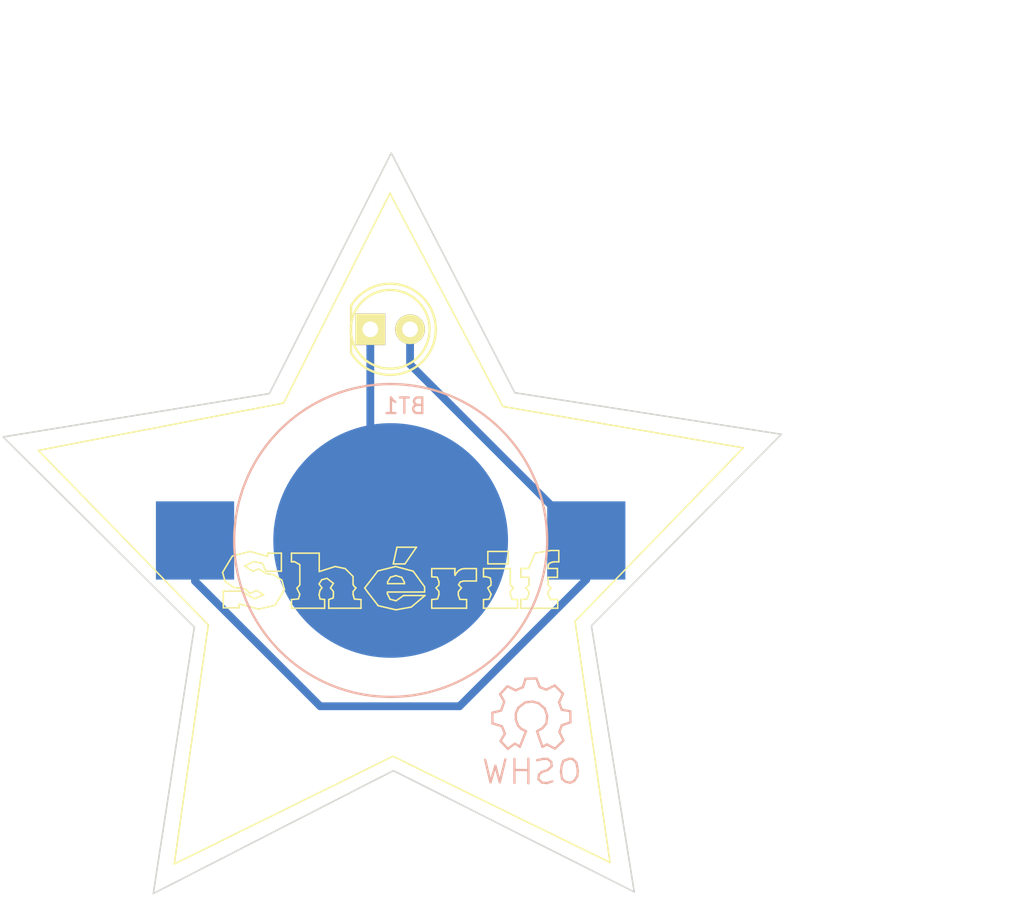
<source format=kicad_pcb>
(kicad_pcb (version 4) (host pcbnew "(2015-09-12 BZR 6188)-product")

  (general
    (links 3)
    (no_connects 0)
    (area 37.999999 33.000824 107.350552 91.200001)
    (thickness 1.6)
    (drawings 234)
    (tracks 11)
    (zones 0)
    (modules 3)
    (nets 3)
  )

  (page A4)
  (layers
    (0 F.Cu signal)
    (31 B.Cu signal)
    (32 B.Adhes user)
    (33 F.Adhes user)
    (34 B.Paste user)
    (35 F.Paste user)
    (36 B.SilkS user)
    (37 F.SilkS user)
    (38 B.Mask user)
    (39 F.Mask user)
    (40 Dwgs.User user)
    (41 Cmts.User user)
    (42 Eco1.User user)
    (43 Eco2.User user)
    (44 Edge.Cuts user)
    (45 Margin user)
    (46 B.CrtYd user)
    (47 F.CrtYd user)
    (48 B.Fab user)
    (49 F.Fab user)
  )

  (setup
    (last_trace_width 0.25)
    (user_trace_width 0.5)
    (trace_clearance 0.2)
    (zone_clearance 0.508)
    (zone_45_only no)
    (trace_min 0.2)
    (segment_width 0.2)
    (edge_width 0.15)
    (via_size 0.6)
    (via_drill 0.4)
    (via_min_size 0.4)
    (via_min_drill 0.3)
    (uvia_size 0.3)
    (uvia_drill 0.1)
    (uvias_allowed no)
    (uvia_min_size 0.2)
    (uvia_min_drill 0.1)
    (pcb_text_width 0.3)
    (pcb_text_size 1.5 1.5)
    (mod_edge_width 0.15)
    (mod_text_size 1 1)
    (mod_text_width 0.15)
    (pad_size 1.524 1.524)
    (pad_drill 0.762)
    (pad_to_mask_clearance 0.2)
    (aux_axis_origin 0 0)
    (visible_elements FFFFFF7F)
    (pcbplotparams
      (layerselection 0x00030_80000001)
      (usegerberextensions false)
      (excludeedgelayer true)
      (linewidth 0.100000)
      (plotframeref false)
      (viasonmask false)
      (mode 1)
      (useauxorigin false)
      (hpglpennumber 1)
      (hpglpenspeed 20)
      (hpglpendiameter 15)
      (hpglpenoverlay 2)
      (psnegative false)
      (psa4output false)
      (plotreference true)
      (plotvalue true)
      (plotinvisibletext false)
      (padsonsilk false)
      (subtractmaskfromsilk false)
      (outputformat 1)
      (mirror false)
      (drillshape 1)
      (scaleselection 1)
      (outputdirectory ""))
  )

  (net 0 "")
  (net 1 "Net-(BT1-Pad1)")
  (net 2 "Net-(BT1-Pad2)")

  (net_class Default "This is the default net class."
    (clearance 0.2)
    (trace_width 0.25)
    (via_dia 0.6)
    (via_drill 0.4)
    (uvia_dia 0.3)
    (uvia_drill 0.1)
    (add_net "Net-(BT1-Pad1)")
    (add_net "Net-(BT1-Pad2)")
  )

  (module CR2032:CR2032 placed (layer B.Cu) (tedit 5609A512) (tstamp 56096D9C)
    (at 62.9 67.2)
    (path /56096A05)
    (fp_text reference BT1 (at 0.9 -8.6) (layer B.SilkS)
      (effects (font (size 1 1) (thickness 0.15)) (justify mirror))
    )
    (fp_text value Battery (at 0 12.5) (layer B.Fab) hide
      (effects (font (size 1 1) (thickness 0.15)) (justify mirror))
    )
    (fp_circle (center 0 0) (end 10 0) (layer B.SilkS) (width 0.15))
    (pad 1 smd rect (at -12.5 0) (size 5 5) (layers B.Cu B.Paste B.Mask)
      (net 1 "Net-(BT1-Pad1)"))
    (pad 1 smd rect (at 12.5 0) (size 5 5) (layers B.Cu B.Paste B.Mask)
      (net 1 "Net-(BT1-Pad1)"))
    (pad 2 smd circle (at 0 0) (size 15 15) (layers B.Cu B.Paste B.Mask)
      (net 2 "Net-(BT1-Pad2)"))
  )

  (module LEDs:LED-5MM placed (layer F.Cu) (tedit 5609A505) (tstamp 56096DA2)
    (at 61.6 53.7)
    (descr "LED 5mm round vertical")
    (tags "LED 5mm round vertical")
    (path /56096945)
    (fp_text reference D1 (at 1.524 4.064) (layer F.SilkS) hide
      (effects (font (size 1 1) (thickness 0.15)))
    )
    (fp_text value LED (at 1.524 -3.937) (layer F.Fab) hide
      (effects (font (size 1 1) (thickness 0.15)))
    )
    (fp_line (start -1.5 -1.55) (end -1.5 1.55) (layer F.CrtYd) (width 0.05))
    (fp_arc (start 1.3 0) (end -1.5 1.55) (angle -302) (layer F.CrtYd) (width 0.05))
    (fp_arc (start 1.27 0) (end -1.23 -1.5) (angle 297.5) (layer F.SilkS) (width 0.15))
    (fp_line (start -1.23 1.5) (end -1.23 -1.5) (layer F.SilkS) (width 0.15))
    (fp_circle (center 1.27 0) (end 0.97 -2.5) (layer F.SilkS) (width 0.15))
    (fp_text user K (at -1.905 1.905) (layer F.SilkS) hide
      (effects (font (size 1 1) (thickness 0.15)))
    )
    (pad 1 thru_hole rect (at 0 0 90) (size 2 1.9) (drill 1.00076) (layers *.Cu *.Mask F.SilkS)
      (net 2 "Net-(BT1-Pad2)"))
    (pad 2 thru_hole circle (at 2.54 0) (size 1.9 1.9) (drill 1.00076) (layers *.Cu *.Mask F.SilkS)
      (net 1 "Net-(BT1-Pad1)"))
    (model LEDs.3dshapes/LED-5MM.wrl
      (at (xyz 0.05 0 0))
      (scale (xyz 1 1 1))
      (rotate (xyz 0 0 90))
    )
  )

  (module Symbols:Symbol_OSHW-Logo_SilkScreen (layer B.Cu) (tedit 5609A4FC) (tstamp 5609A4DB)
    (at 71.9 78.5 180)
    (descr "Symbol, OSHW-Logo, Silk Screen,")
    (tags "Symbol, OSHW-Logo, Silk Screen,")
    (fp_text reference REF** (at 0.09906 4.38912 180) (layer B.SilkS) hide
      (effects (font (size 1 1) (thickness 0.15)) (justify mirror))
    )
    (fp_text value Symbol_OSHW-Logo_SilkScreen (at 0.30988 -6.56082 180) (layer B.Fab) hide
      (effects (font (size 1 1) (thickness 0.15)) (justify mirror))
    )
    (fp_line (start 1.66878 -2.68986) (end 2.02946 -4.16052) (layer B.SilkS) (width 0.15))
    (fp_line (start 2.02946 -4.16052) (end 2.30886 -3.0988) (layer B.SilkS) (width 0.15))
    (fp_line (start 2.30886 -3.0988) (end 2.61874 -4.17068) (layer B.SilkS) (width 0.15))
    (fp_line (start 2.61874 -4.17068) (end 2.9591 -2.72034) (layer B.SilkS) (width 0.15))
    (fp_line (start 0.24892 -3.38074) (end 1.03886 -3.37058) (layer B.SilkS) (width 0.15))
    (fp_line (start 1.03886 -3.37058) (end 1.04902 -3.38074) (layer B.SilkS) (width 0.15))
    (fp_line (start 1.04902 -3.38074) (end 1.04902 -3.37058) (layer B.SilkS) (width 0.15))
    (fp_line (start 1.08966 -2.65938) (end 1.08966 -4.20116) (layer B.SilkS) (width 0.15))
    (fp_line (start 0.20066 -2.64922) (end 0.20066 -4.21894) (layer B.SilkS) (width 0.15))
    (fp_line (start 0.20066 -4.21894) (end 0.21082 -4.20878) (layer B.SilkS) (width 0.15))
    (fp_line (start -0.35052 -2.75082) (end -0.70104 -2.66954) (layer B.SilkS) (width 0.15))
    (fp_line (start -0.70104 -2.66954) (end -1.02108 -2.65938) (layer B.SilkS) (width 0.15))
    (fp_line (start -1.02108 -2.65938) (end -1.25984 -2.86004) (layer B.SilkS) (width 0.15))
    (fp_line (start -1.25984 -2.86004) (end -1.29032 -3.12928) (layer B.SilkS) (width 0.15))
    (fp_line (start -1.29032 -3.12928) (end -1.04902 -3.37058) (layer B.SilkS) (width 0.15))
    (fp_line (start -1.04902 -3.37058) (end -0.6604 -3.50012) (layer B.SilkS) (width 0.15))
    (fp_line (start -0.6604 -3.50012) (end -0.48006 -3.66014) (layer B.SilkS) (width 0.15))
    (fp_line (start -0.48006 -3.66014) (end -0.43942 -3.95986) (layer B.SilkS) (width 0.15))
    (fp_line (start -0.43942 -3.95986) (end -0.67056 -4.18084) (layer B.SilkS) (width 0.15))
    (fp_line (start -0.67056 -4.18084) (end -0.9906 -4.20878) (layer B.SilkS) (width 0.15))
    (fp_line (start -0.9906 -4.20878) (end -1.34112 -4.09956) (layer B.SilkS) (width 0.15))
    (fp_line (start -2.37998 -2.64922) (end -2.6289 -2.66954) (layer B.SilkS) (width 0.15))
    (fp_line (start -2.6289 -2.66954) (end -2.8702 -2.91084) (layer B.SilkS) (width 0.15))
    (fp_line (start -2.8702 -2.91084) (end -2.9591 -3.40106) (layer B.SilkS) (width 0.15))
    (fp_line (start -2.9591 -3.40106) (end -2.93116 -3.74904) (layer B.SilkS) (width 0.15))
    (fp_line (start -2.93116 -3.74904) (end -2.7305 -4.06908) (layer B.SilkS) (width 0.15))
    (fp_line (start -2.7305 -4.06908) (end -2.47904 -4.191) (layer B.SilkS) (width 0.15))
    (fp_line (start -2.47904 -4.191) (end -2.16916 -4.11988) (layer B.SilkS) (width 0.15))
    (fp_line (start -2.16916 -4.11988) (end -1.95072 -3.93954) (layer B.SilkS) (width 0.15))
    (fp_line (start -1.95072 -3.93954) (end -1.8796 -3.4798) (layer B.SilkS) (width 0.15))
    (fp_line (start -1.8796 -3.4798) (end -1.9304 -3.07086) (layer B.SilkS) (width 0.15))
    (fp_line (start -1.9304 -3.07086) (end -2.03962 -2.78892) (layer B.SilkS) (width 0.15))
    (fp_line (start -2.03962 -2.78892) (end -2.4003 -2.65938) (layer B.SilkS) (width 0.15))
    (fp_line (start -1.78054 -0.92964) (end -2.03962 -1.49098) (layer B.SilkS) (width 0.15))
    (fp_line (start -2.03962 -1.49098) (end -1.50114 -2.00914) (layer B.SilkS) (width 0.15))
    (fp_line (start -1.50114 -2.00914) (end -0.98044 -1.7399) (layer B.SilkS) (width 0.15))
    (fp_line (start -0.98044 -1.7399) (end -0.70104 -1.89992) (layer B.SilkS) (width 0.15))
    (fp_line (start 0.73914 -1.8796) (end 1.06934 -1.6891) (layer B.SilkS) (width 0.15))
    (fp_line (start 1.06934 -1.6891) (end 1.50876 -2.0193) (layer B.SilkS) (width 0.15))
    (fp_line (start 1.50876 -2.0193) (end 1.9812 -1.52908) (layer B.SilkS) (width 0.15))
    (fp_line (start 1.9812 -1.52908) (end 1.69926 -1.04902) (layer B.SilkS) (width 0.15))
    (fp_line (start 1.69926 -1.04902) (end 1.88976 -0.57912) (layer B.SilkS) (width 0.15))
    (fp_line (start 1.88976 -0.57912) (end 2.49936 -0.39116) (layer B.SilkS) (width 0.15))
    (fp_line (start 2.49936 -0.39116) (end 2.49936 0.28956) (layer B.SilkS) (width 0.15))
    (fp_line (start 2.49936 0.28956) (end 1.94056 0.42926) (layer B.SilkS) (width 0.15))
    (fp_line (start 1.94056 0.42926) (end 1.7399 1.00076) (layer B.SilkS) (width 0.15))
    (fp_line (start 1.7399 1.00076) (end 2.00914 1.47066) (layer B.SilkS) (width 0.15))
    (fp_line (start 2.00914 1.47066) (end 1.53924 1.9812) (layer B.SilkS) (width 0.15))
    (fp_line (start 1.53924 1.9812) (end 1.02108 1.71958) (layer B.SilkS) (width 0.15))
    (fp_line (start 1.02108 1.71958) (end 0.55118 1.92024) (layer B.SilkS) (width 0.15))
    (fp_line (start 0.55118 1.92024) (end 0.381 2.46126) (layer B.SilkS) (width 0.15))
    (fp_line (start 0.381 2.46126) (end -0.30988 2.47904) (layer B.SilkS) (width 0.15))
    (fp_line (start -0.30988 2.47904) (end -0.5207 1.9304) (layer B.SilkS) (width 0.15))
    (fp_line (start -0.5207 1.9304) (end -0.9398 1.76022) (layer B.SilkS) (width 0.15))
    (fp_line (start -0.9398 1.76022) (end -1.49098 2.02946) (layer B.SilkS) (width 0.15))
    (fp_line (start -1.49098 2.02946) (end -2.00914 1.50114) (layer B.SilkS) (width 0.15))
    (fp_line (start -2.00914 1.50114) (end -1.76022 0.96012) (layer B.SilkS) (width 0.15))
    (fp_line (start -1.76022 0.96012) (end -1.9304 0.48006) (layer B.SilkS) (width 0.15))
    (fp_line (start -1.9304 0.48006) (end -2.47904 0.381) (layer B.SilkS) (width 0.15))
    (fp_line (start -2.47904 0.381) (end -2.4892 -0.32004) (layer B.SilkS) (width 0.15))
    (fp_line (start -2.4892 -0.32004) (end -1.9304 -0.5207) (layer B.SilkS) (width 0.15))
    (fp_line (start -1.9304 -0.5207) (end -1.7907 -0.91948) (layer B.SilkS) (width 0.15))
    (fp_line (start 0.35052 -0.89916) (end 0.65024 -0.7493) (layer B.SilkS) (width 0.15))
    (fp_line (start 0.65024 -0.7493) (end 0.8509 -0.55118) (layer B.SilkS) (width 0.15))
    (fp_line (start 0.8509 -0.55118) (end 1.00076 -0.14986) (layer B.SilkS) (width 0.15))
    (fp_line (start 1.00076 -0.14986) (end 1.00076 0.24892) (layer B.SilkS) (width 0.15))
    (fp_line (start 1.00076 0.24892) (end 0.8509 0.59944) (layer B.SilkS) (width 0.15))
    (fp_line (start 0.8509 0.59944) (end 0.39878 0.94996) (layer B.SilkS) (width 0.15))
    (fp_line (start 0.39878 0.94996) (end -0.0508 1.00076) (layer B.SilkS) (width 0.15))
    (fp_line (start -0.0508 1.00076) (end -0.44958 0.89916) (layer B.SilkS) (width 0.15))
    (fp_line (start -0.44958 0.89916) (end -0.8509 0.55118) (layer B.SilkS) (width 0.15))
    (fp_line (start -0.8509 0.55118) (end -1.00076 0.09906) (layer B.SilkS) (width 0.15))
    (fp_line (start -1.00076 0.09906) (end -0.94996 -0.39878) (layer B.SilkS) (width 0.15))
    (fp_line (start -0.94996 -0.39878) (end -0.70104 -0.70104) (layer B.SilkS) (width 0.15))
    (fp_line (start -0.70104 -0.70104) (end -0.35052 -0.89916) (layer B.SilkS) (width 0.15))
    (fp_line (start -0.35052 -0.89916) (end -0.70104 -1.89992) (layer B.SilkS) (width 0.15))
    (fp_line (start 0.35052 -0.89916) (end 0.7493 -1.89992) (layer B.SilkS) (width 0.15))
  )

  (gr_line (start 73.644183 68.56564) (end 73.644183 68.56564) (layer F.SilkS) (width 0.1))
  (gr_line (start 73.346157 68.56564) (end 73.644183 68.56564) (layer F.SilkS) (width 0.1))
  (gr_line (start 73.217463 68.58596) (end 73.346157 68.56564) (layer F.SilkS) (width 0.1))
  (gr_line (start 73.08877 68.633374) (end 73.217463 68.58596) (layer F.SilkS) (width 0.1))
  (gr_line (start 72.993943 68.714654) (end 73.08877 68.633374) (layer F.SilkS) (width 0.1))
  (gr_line (start 72.960077 68.80948) (end 72.993943 68.714654) (layer F.SilkS) (width 0.1))
  (gr_line (start 72.960077 68.99236) (end 72.960077 68.80948) (layer F.SilkS) (width 0.1))
  (gr_line (start 73.55613 68.99236) (end 72.960077 68.99236) (layer F.SilkS) (width 0.1))
  (gr_line (start 73.55613 69.554547) (end 73.55613 68.99236) (layer F.SilkS) (width 0.1))
  (gr_line (start 72.960077 69.554547) (end 73.55613 69.554547) (layer F.SilkS) (width 0.1))
  (gr_line (start 72.960077 70.021907) (end 72.960077 69.554547) (layer F.SilkS) (width 0.1))
  (gr_line (start 72.980397 70.076094) (end 72.960077 70.021907) (layer F.SilkS) (width 0.1))
  (gr_line (start 73.02781 70.137054) (end 72.980397 70.076094) (layer F.SilkS) (width 0.1))
  (gr_line (start 73.095543 70.19124) (end 73.02781 70.137054) (layer F.SilkS) (width 0.1))
  (gr_line (start 73.14973 70.23188) (end 73.095543 70.19124) (layer F.SilkS) (width 0.1))
  (gr_line (start 72.973623 70.468947) (end 73.14973 70.23188) (layer F.SilkS) (width 0.1))
  (gr_line (start 72.960077 70.6586) (end 72.973623 70.468947) (layer F.SilkS) (width 0.1))
  (gr_line (start 73.122637 70.976947) (end 72.960077 70.6586) (layer F.SilkS) (width 0.1))
  (gr_line (start 73.57645 70.976947) (end 73.122637 70.976947) (layer F.SilkS) (width 0.1))
  (gr_line (start 73.57645 71.53236) (end 73.57645 70.976947) (layer F.SilkS) (width 0.1))
  (gr_line (start 71.21933 71.53236) (end 73.57645 71.53236) (layer F.SilkS) (width 0.1))
  (gr_line (start 71.21933 70.976947) (end 71.21933 71.53236) (layer F.SilkS) (width 0.1))
  (gr_line (start 71.598637 70.949854) (end 71.21933 70.976947) (layer F.SilkS) (width 0.1))
  (gr_line (start 71.734103 70.631507) (end 71.598637 70.949854) (layer F.SilkS) (width 0.1))
  (gr_line (start 71.720557 70.448627) (end 71.734103 70.631507) (layer F.SilkS) (width 0.1))
  (gr_line (start 71.537677 70.23188) (end 71.720557 70.448627) (layer F.SilkS) (width 0.1))
  (gr_line (start 71.734103 70.055774) (end 71.537677 70.23188) (layer F.SilkS) (width 0.1))
  (gr_line (start 71.734103 69.554547) (end 71.734103 70.055774) (layer F.SilkS) (width 0.1))
  (gr_line (start 71.21933 69.554547) (end 71.734103 69.554547) (layer F.SilkS) (width 0.1))
  (gr_line (start 71.21933 68.99236) (end 71.21933 69.554547) (layer F.SilkS) (width 0.1))
  (gr_line (start 71.713783 68.99236) (end 71.21933 68.99236) (layer F.SilkS) (width 0.1))
  (gr_line (start 72.126957 68.010227) (end 71.713783 68.99236) (layer F.SilkS) (width 0.1))
  (gr_line (start 73.136183 67.840894) (end 72.126957 68.010227) (layer F.SilkS) (width 0.1))
  (gr_line (start 73.644183 67.840894) (end 73.136183 67.840894) (layer F.SilkS) (width 0.1))
  (gr_line (start 73.644183 68.56564) (end 73.644183 67.840894) (layer F.SilkS) (width 0.1))
  (gr_line (start 71.013593 71.53236) (end 71.013593 71.53236) (layer F.SilkS) (width 0.1))
  (gr_line (start 68.832579 71.53236) (end 71.013593 71.53236) (layer F.SilkS) (width 0.1))
  (gr_line (start 68.832579 70.976947) (end 68.832579 71.53236) (layer F.SilkS) (width 0.1))
  (gr_line (start 69.198339 70.949854) (end 68.832579 70.976947) (layer F.SilkS) (width 0.1))
  (gr_line (start 69.320259 70.63828) (end 69.198339 70.949854) (layer F.SilkS) (width 0.1))
  (gr_line (start 69.103513 70.23188) (end 69.320259 70.63828) (layer F.SilkS) (width 0.1))
  (gr_line (start 69.306713 70.062547) (end 69.103513 70.23188) (layer F.SilkS) (width 0.1))
  (gr_line (start 69.320259 69.86612) (end 69.306713 70.062547) (layer F.SilkS) (width 0.1))
  (gr_line (start 69.259299 69.595187) (end 69.320259 69.86612) (layer F.SilkS) (width 0.1))
  (gr_line (start 69.008686 69.52068) (end 69.259299 69.595187) (layer F.SilkS) (width 0.1))
  (gr_line (start 68.927406 69.52068) (end 69.008686 69.52068) (layer F.SilkS) (width 0.1))
  (gr_line (start 68.832579 69.527454) (end 68.927406 69.52068) (layer F.SilkS) (width 0.1))
  (gr_line (start 68.832579 68.999134) (end 68.832579 69.527454) (layer F.SilkS) (width 0.1))
  (gr_line (start 70.546233 68.999134) (end 68.832579 68.999134) (layer F.SilkS) (width 0.1))
  (gr_line (start 70.546233 70.042227) (end 70.546233 68.999134) (layer F.SilkS) (width 0.1))
  (gr_line (start 70.742659 70.23188) (end 70.546233 70.042227) (layer F.SilkS) (width 0.1))
  (gr_line (start 70.553006 70.47572) (end 70.742659 70.23188) (layer F.SilkS) (width 0.1))
  (gr_line (start 70.546233 70.672147) (end 70.553006 70.47572) (layer F.SilkS) (width 0.1))
  (gr_line (start 70.668153 70.9634) (end 70.546233 70.672147) (layer F.SilkS) (width 0.1))
  (gr_line (start 71.013593 70.976947) (end 70.668153 70.9634) (layer F.SilkS) (width 0.1))
  (gr_line (start 71.013593 71.53236) (end 71.013593 70.976947) (layer F.SilkS) (width 0.1))
  (gr_line (start 70.410766 68.694334) (end 70.410766 68.694334) (layer F.SilkS) (width 0.1))
  (gr_line (start 69.110286 68.694334) (end 70.410766 68.694334) (layer F.SilkS) (width 0.1))
  (gr_line (start 69.110286 67.901854) (end 69.110286 68.694334) (layer F.SilkS) (width 0.1))
  (gr_line (start 70.410766 67.901854) (end 69.110286 67.901854) (layer F.SilkS) (width 0.1))
  (gr_line (start 70.410766 68.694334) (end 70.410766 67.901854) (layer F.SilkS) (width 0.1))
  (gr_line (start 68.376861 69.791614) (end 68.376861 69.791614) (layer F.SilkS) (width 0.1))
  (gr_line (start 67.550514 69.791614) (end 68.376861 69.791614) (layer F.SilkS) (width 0.1))
  (gr_line (start 67.347314 69.852574) (end 67.550514 69.791614) (layer F.SilkS) (width 0.1))
  (gr_line (start 67.238941 70.02868) (end 67.347314 69.852574) (layer F.SilkS) (width 0.1))
  (gr_line (start 67.421821 70.23188) (end 67.238941 70.02868) (layer F.SilkS) (width 0.1))
  (gr_line (start 67.225394 70.47572) (end 67.421821 70.23188) (layer F.SilkS) (width 0.1))
  (gr_line (start 67.218621 70.685694) (end 67.225394 70.47572) (layer F.SilkS) (width 0.1))
  (gr_line (start 67.320221 70.9634) (end 67.218621 70.685694) (layer F.SilkS) (width 0.1))
  (gr_line (start 67.753714 70.976947) (end 67.320221 70.9634) (layer F.SilkS) (width 0.1))
  (gr_line (start 67.753714 71.53236) (end 67.753714 70.976947) (layer F.SilkS) (width 0.1))
  (gr_line (start 65.525287 71.53236) (end 67.753714 71.53236) (layer F.SilkS) (width 0.1))
  (gr_line (start 65.525287 70.976947) (end 65.525287 71.53236) (layer F.SilkS) (width 0.1))
  (gr_line (start 65.89782 70.936307) (end 65.525287 70.976947) (layer F.SilkS) (width 0.1))
  (gr_line (start 65.992647 70.63828) (end 65.89782 70.936307) (layer F.SilkS) (width 0.1))
  (gr_line (start 65.9791 70.448627) (end 65.992647 70.63828) (layer F.SilkS) (width 0.1))
  (gr_line (start 65.79622 70.23188) (end 65.9791 70.448627) (layer F.SilkS) (width 0.1))
  (gr_line (start 65.9791 70.062547) (end 65.79622 70.23188) (layer F.SilkS) (width 0.1))
  (gr_line (start 65.992647 69.852574) (end 65.9791 70.062547) (layer F.SilkS) (width 0.1))
  (gr_line (start 65.8775 69.554547) (end 65.992647 69.852574) (layer F.SilkS) (width 0.1))
  (gr_line (start 65.75558 69.534227) (end 65.8775 69.554547) (layer F.SilkS) (width 0.1))
  (gr_line (start 65.525287 69.527454) (end 65.75558 69.534227) (layer F.SilkS) (width 0.1))
  (gr_line (start 65.525287 68.999134) (end 65.525287 69.527454) (layer F.SilkS) (width 0.1))
  (gr_line (start 67.015421 68.999134) (end 65.525287 68.999134) (layer F.SilkS) (width 0.1))
  (gr_line (start 67.001874 69.107507) (end 67.015421 68.999134) (layer F.SilkS) (width 0.1))
  (gr_line (start 67.001874 69.21588) (end 67.001874 69.107507) (layer F.SilkS) (width 0.1))
  (gr_line (start 67.001874 69.324254) (end 67.001874 69.21588) (layer F.SilkS) (width 0.1))
  (gr_line (start 67.015421 69.425854) (end 67.001874 69.324254) (layer F.SilkS) (width 0.1))
  (gr_line (start 67.110248 69.270067) (end 67.015421 69.425854) (layer F.SilkS) (width 0.1))
  (gr_line (start 67.245714 69.127827) (end 67.110248 69.270067) (layer F.SilkS) (width 0.1))
  (gr_line (start 67.415048 69.033) (end 67.245714 69.127827) (layer F.SilkS) (width 0.1))
  (gr_line (start 67.597928 68.999134) (end 67.415048 69.033) (layer F.SilkS) (width 0.1))
  (gr_line (start 68.376861 68.999134) (end 67.597928 68.999134) (layer F.SilkS) (width 0.1))
  (gr_line (start 68.376861 69.791614) (end 68.376861 68.999134) (layer F.SilkS) (width 0.1))
  (gr_line (start 63.06498 68.701107) (end 63.06498 68.701107) (layer F.SilkS) (width 0.1))
  (gr_line (start 63.302046 67.63092) (end 63.06498 68.701107) (layer F.SilkS) (width 0.1))
  (gr_line (start 64.548339 67.63092) (end 63.302046 67.63092) (layer F.SilkS) (width 0.1))
  (gr_line (start 63.810046 68.701107) (end 64.548339 67.63092) (layer F.SilkS) (width 0.1))
  (gr_line (start 63.06498 68.701107) (end 63.810046 68.701107) (layer F.SilkS) (width 0.1))
  (gr_line (start 63.776179 69.960947) (end 63.776179 69.960947) (layer F.SilkS) (width 0.1))
  (gr_line (start 63.776179 69.86612) (end 63.776179 69.960947) (layer F.SilkS) (width 0.1))
  (gr_line (start 63.606846 69.56132) (end 63.776179 69.86612) (layer F.SilkS) (width 0.1))
  (gr_line (start 63.234313 69.446174) (end 63.606846 69.56132) (layer F.SilkS) (width 0.1))
  (gr_line (start 62.888873 69.547774) (end 63.234313 69.446174) (layer F.SilkS) (width 0.1))
  (gr_line (start 62.705993 69.8458) (end 62.888873 69.547774) (layer F.SilkS) (width 0.1))
  (gr_line (start 62.705993 69.960947) (end 62.705993 69.8458) (layer F.SilkS) (width 0.1))
  (gr_line (start 63.776179 69.960947) (end 62.705993 69.960947) (layer F.SilkS) (width 0.1))
  (gr_line (start 65.090206 70.71956) (end 65.090206 70.71956) (layer F.SilkS) (width 0.1))
  (gr_line (start 64.216446 71.457854) (end 65.090206 70.71956) (layer F.SilkS) (width 0.1))
  (gr_line (start 63.234313 71.63396) (end 64.216446 71.457854) (layer F.SilkS) (width 0.1))
  (gr_line (start 62.103166 71.3698) (end 63.234313 71.63396) (layer F.SilkS) (width 0.1))
  (gr_line (start 61.405513 70.468947) (end 62.103166 71.3698) (layer F.SilkS) (width 0.1))
  (gr_line (start 61.242953 70.23188) (end 61.405513 70.468947) (layer F.SilkS) (width 0.1))
  (gr_line (start 61.432606 69.994814) (end 61.242953 70.23188) (layer F.SilkS) (width 0.1))
  (gr_line (start 62.081153 69.146454) (end 61.432606 69.994814) (layer F.SilkS) (width 0.1))
  (gr_line (start 63.213993 68.863667) (end 62.081153 69.146454) (layer F.SilkS) (width 0.1))
  (gr_line (start 64.338366 69.161694) (end 63.213993 68.863667) (layer F.SilkS) (width 0.1))
  (gr_line (start 65.069886 70.164147) (end 64.338366 69.161694) (layer F.SilkS) (width 0.1))
  (gr_line (start 65.069886 70.49604) (end 65.069886 70.164147) (layer F.SilkS) (width 0.1))
  (gr_line (start 62.69922 70.49604) (end 65.069886 70.49604) (layer F.SilkS) (width 0.1))
  (gr_line (start 62.685673 70.59764) (end 62.69922 70.49604) (layer F.SilkS) (width 0.1))
  (gr_line (start 62.855006 70.949854) (end 62.685673 70.59764) (layer F.SilkS) (width 0.1))
  (gr_line (start 63.241086 71.058227) (end 62.855006 70.949854) (layer F.SilkS) (width 0.1))
  (gr_line (start 63.721993 70.71956) (end 63.241086 71.058227) (layer F.SilkS) (width 0.1))
  (gr_line (start 65.090206 70.71956) (end 63.721993 70.71956) (layer F.SilkS) (width 0.1))
  (gr_line (start 61.004723 71.53236) (end 61.004723 71.53236) (layer F.SilkS) (width 0.1))
  (gr_line (start 58.945629 71.53236) (end 61.004723 71.53236) (layer F.SilkS) (width 0.1))
  (gr_line (start 58.945629 70.976947) (end 58.945629 71.53236) (layer F.SilkS) (width 0.1))
  (gr_line (start 59.230109 70.875347) (end 58.945629 70.976947) (layer F.SilkS) (width 0.1))
  (gr_line (start 59.243656 70.651827) (end 59.230109 70.875347) (layer F.SilkS) (width 0.1))
  (gr_line (start 59.236883 70.4554) (end 59.243656 70.651827) (layer F.SilkS) (width 0.1))
  (gr_line (start 59.054003 70.238654) (end 59.236883 70.4554) (layer F.SilkS) (width 0.1))
  (gr_line (start 59.243656 69.940627) (end 59.054003 70.238654) (layer F.SilkS) (width 0.1))
  (gr_line (start 58.830483 69.62228) (end 59.243656 69.940627) (layer F.SilkS) (width 0.1))
  (gr_line (start 58.498589 69.710334) (end 58.830483 69.62228) (layer F.SilkS) (width 0.1))
  (gr_line (start 58.322483 69.981267) (end 58.498589 69.710334) (layer F.SilkS) (width 0.1))
  (gr_line (start 58.512136 70.23188) (end 58.322483 69.981267) (layer F.SilkS) (width 0.1))
  (gr_line (start 58.390216 70.380894) (end 58.512136 70.23188) (layer F.SilkS) (width 0.1))
  (gr_line (start 58.322483 70.672147) (end 58.390216 70.380894) (layer F.SilkS) (width 0.1))
  (gr_line (start 58.390216 70.936307) (end 58.322483 70.672147) (layer F.SilkS) (width 0.1))
  (gr_line (start 58.681469 70.976947) (end 58.390216 70.936307) (layer F.SilkS) (width 0.1))
  (gr_line (start 58.681469 71.53236) (end 58.681469 70.976947) (layer F.SilkS) (width 0.1))
  (gr_line (start 56.561416 71.53236) (end 58.681469 71.53236) (layer F.SilkS) (width 0.1))
  (gr_line (start 56.561416 70.976947) (end 56.561416 71.53236) (layer F.SilkS) (width 0.1))
  (gr_line (start 57.008456 70.936307) (end 56.561416 70.976947) (layer F.SilkS) (width 0.1))
  (gr_line (start 57.09651 70.63828) (end 57.008456 70.936307) (layer F.SilkS) (width 0.1))
  (gr_line (start 56.906856 70.2522) (end 57.09651 70.63828) (layer F.SilkS) (width 0.1))
  (gr_line (start 57.09651 70.035454) (end 56.906856 70.2522) (layer F.SilkS) (width 0.1))
  (gr_line (start 57.09651 68.74852) (end 57.09651 70.035454) (layer F.SilkS) (width 0.1))
  (gr_line (start 56.75107 68.552094) (end 57.09651 68.74852) (layer F.SilkS) (width 0.1))
  (gr_line (start 56.69011 68.558867) (end 56.75107 68.552094) (layer F.SilkS) (width 0.1))
  (gr_line (start 56.561416 68.56564) (end 56.69011 68.558867) (layer F.SilkS) (width 0.1))
  (gr_line (start 56.561416 68.010227) (end 56.561416 68.56564) (layer F.SilkS) (width 0.1))
  (gr_line (start 58.336029 68.010227) (end 56.561416 68.010227) (layer F.SilkS) (width 0.1))
  (gr_line (start 58.336029 69.188787) (end 58.336029 68.010227) (layer F.SilkS) (width 0.1))
  (gr_line (start 59.352029 68.863667) (end 58.336029 69.188787) (layer F.SilkS) (width 0.1))
  (gr_line (start 59.995496 68.999134) (end 59.352029 68.863667) (layer F.SilkS) (width 0.1))
  (gr_line (start 60.496723 69.50036) (end 59.995496 68.999134) (layer F.SilkS) (width 0.1))
  (gr_line (start 60.496723 69.994814) (end 60.496723 69.50036) (layer F.SilkS) (width 0.1))
  (gr_line (start 60.517043 70.055774) (end 60.496723 69.994814) (layer F.SilkS) (width 0.1))
  (gr_line (start 60.564456 70.123507) (end 60.517043 70.055774) (layer F.SilkS) (width 0.1))
  (gr_line (start 60.632189 70.19124) (end 60.564456 70.123507) (layer F.SilkS) (width 0.1))
  (gr_line (start 60.686376 70.23188) (end 60.632189 70.19124) (layer F.SilkS) (width 0.1))
  (gr_line (start 60.503496 70.462174) (end 60.686376 70.23188) (layer F.SilkS) (width 0.1))
  (gr_line (start 60.496723 70.651827) (end 60.503496 70.462174) (layer F.SilkS) (width 0.1))
  (gr_line (start 60.584776 70.94308) (end 60.496723 70.651827) (layer F.SilkS) (width 0.1))
  (gr_line (start 61.004723 70.976947) (end 60.584776 70.94308) (layer F.SilkS) (width 0.1))
  (gr_line (start 61.004723 71.53236) (end 61.004723 70.976947) (layer F.SilkS) (width 0.1))
  (gr_line (start 56.113635 70.340254) (end 56.113635 70.340254) (layer F.SilkS) (width 0.1))
  (gr_line (start 55.510809 71.342707) (end 56.113635 70.340254) (layer F.SilkS) (width 0.1))
  (gr_line (start 54.460942 71.59332) (end 55.510809 71.342707) (layer F.SilkS) (width 0.1))
  (gr_line (start 53.228196 71.254654) (end 54.460942 71.59332) (layer F.SilkS) (width 0.1))
  (gr_line (start 53.207876 71.376574) (end 53.228196 71.254654) (layer F.SilkS) (width 0.1))
  (gr_line (start 53.228196 71.505267) (end 53.207876 71.376574) (layer F.SilkS) (width 0.1))
  (gr_line (start 52.205422 71.505267) (end 53.228196 71.505267) (layer F.SilkS) (width 0.1))
  (gr_line (start 52.205422 70.441854) (end 52.205422 71.505267) (layer F.SilkS) (width 0.1))
  (gr_line (start 53.363662 70.441854) (end 52.205422 70.441854) (layer F.SilkS) (width 0.1))
  (gr_line (start 54.190009 70.929534) (end 53.363662 70.441854) (layer F.SilkS) (width 0.1))
  (gr_line (start 54.786062 70.672147) (end 54.190009 70.929534) (layer F.SilkS) (width 0.1))
  (gr_line (start 54.345795 70.39444) (end 54.786062 70.672147) (layer F.SilkS) (width 0.1))
  (gr_line (start 53.912302 70.584094) (end 54.345795 70.39444) (layer F.SilkS) (width 0.1))
  (gr_line (start 53.593955 70.299614) (end 53.912302 70.584094) (layer F.SilkS) (width 0.1))
  (gr_line (start 53.228196 70.238654) (end 53.593955 70.299614) (layer F.SilkS) (width 0.1))
  (gr_line (start 52.997902 70.218334) (end 53.228196 70.238654) (layer F.SilkS) (width 0.1))
  (gr_line (start 52.855662 70.19124) (end 52.997902 70.218334) (layer F.SilkS) (width 0.1))
  (gr_line (start 52.332422 69.842414) (end 52.855662 70.19124) (layer F.SilkS) (width 0.1))
  (gr_line (start 52.158009 69.242974) (end 52.332422 69.842414) (layer F.SilkS) (width 0.1))
  (gr_line (start 52.787929 68.193107) (end 52.158009 69.242974) (layer F.SilkS) (width 0.1))
  (gr_line (start 53.912302 67.901854) (end 52.787929 68.193107) (layer F.SilkS) (width 0.1))
  (gr_line (start 55.029902 68.2202) (end 53.912302 67.901854) (layer F.SilkS) (width 0.1))
  (gr_line (start 55.043449 68.010227) (end 55.029902 68.2202) (layer F.SilkS) (width 0.1))
  (gr_line (start 55.917209 68.010227) (end 55.043449 68.010227) (layer F.SilkS) (width 0.1))
  (gr_line (start 55.917209 69.161694) (end 55.917209 68.010227) (layer F.SilkS) (width 0.1))
  (gr_line (start 54.935075 69.161694) (end 55.917209 69.161694) (layer F.SilkS) (width 0.1))
  (gr_line (start 54.698009 68.660467) (end 54.935075 69.161694) (layer F.SilkS) (width 0.1))
  (gr_line (start 54.135822 68.54532) (end 54.698009 68.660467) (layer F.SilkS) (width 0.1))
  (gr_line (start 53.580409 68.843347) (end 54.135822 68.54532) (layer F.SilkS) (width 0.1))
  (gr_line (start 54.095182 69.168467) (end 53.580409 68.843347) (layer F.SilkS) (width 0.1))
  (gr_line (start 54.474489 69.019454) (end 54.095182 69.168467) (layer F.SilkS) (width 0.1))
  (gr_line (start 54.921529 69.303934) (end 54.474489 69.019454) (layer F.SilkS) (width 0.1))
  (gr_line (start 55.117955 69.3378) (end 54.921529 69.303934) (layer F.SilkS) (width 0.1))
  (gr_line (start 55.422755 69.391987) (end 55.117955 69.3378) (layer F.SilkS) (width 0.1))
  (gr_line (start 55.951075 69.737427) (end 55.422755 69.391987) (layer F.SilkS) (width 0.1))
  (gr_line (start 56.113635 70.340254) (end 55.951075 69.737427) (layer F.SilkS) (width 0.1))
  (gr_line (start 56.05758 58.418721) (end 56.05758 58.418721) (layer F.SilkS) (width 0.1))
  (gr_line (start 62.854616 45.001591) (end 56.05758 58.418721) (layer F.SilkS) (width 0.1))
  (gr_line (start 70.075032 58.634598) (end 62.854616 45.001591) (layer F.SilkS) (width 0.1))
  (gr_line (start 85.429086 61.277324) (end 70.075032 58.634598) (layer F.SilkS) (width 0.1))
  (gr_line (start 74.684694 72.368466) (end 85.429086 61.277324) (layer F.SilkS) (width 0.1))
  (gr_line (start 76.916118 87.789133) (end 74.684694 72.368466) (layer F.SilkS) (width 0.1))
  (gr_line (start 63.047541 80.996835) (end 76.916118 87.789133) (layer F.SilkS) (width 0.1))
  (gr_line (start 49.07258 87.883932) (end 63.047541 80.996835) (layer F.SilkS) (width 0.1))
  (gr_line (start 51.24567 72.594997) (end 49.07258 87.883932) (layer F.SilkS) (width 0.1))
  (gr_line (start 40.385427 61.441036) (end 51.24567 72.594997) (layer F.SilkS) (width 0.1))
  (gr_line (start 56.05758 58.418721) (end 40.385427 61.441036) (layer F.SilkS) (width 0.1))
  (gr_line (start 55.95758 58.418721) (end 55.95758 58.418721) (layer F.SilkS) (width 0.1))
  (gr_line (start 78.465467 89.671575) (end 78.465467 89.671575) (layer Edge.Cuts) (width 0.1))
  (gr_line (start 75.729131 72.653521) (end 78.465467 89.671575) (layer Edge.Cuts) (width 0.1))
  (gr_line (start 87.863606 60.411943) (end 75.729131 72.653521) (layer Edge.Cuts) (width 0.1))
  (gr_line (start 70.832897 57.755487) (end 87.863606 60.411943) (layer Edge.Cuts) (width 0.1))
  (gr_line (start 62.940225 42.43206) (end 70.832897 57.755487) (layer Edge.Cuts) (width 0.1))
  (gr_line (start 55.151006 57.808333) (end 62.940225 42.43206) (layer Edge.Cuts) (width 0.1))
  (gr_line (start 38.13859 60.579513) (end 55.151006 57.808333) (layer Edge.Cuts) (width 0.1))
  (gr_line (start 50.355296 72.739032) (end 38.13859 60.579513) (layer Edge.Cuts) (width 0.1))
  (gr_line (start 47.733718 89.775151) (end 50.355296 72.739032) (layer Edge.Cuts) (width 0.1))
  (gr_line (start 63.073276 81.913851) (end 47.733718 89.775151) (layer Edge.Cuts) (width 0.1))
  (gr_line (start 78.465467 89.671575) (end 63.073276 81.913851) (layer Edge.Cuts) (width 0.1))
  (gr_line (start 88.1 41) (end 87.8 41) (angle 90) (layer Dwgs.User) (width 0.2))
  (gr_line (start 88.1 91.1) (end 88.1 41) (angle 90) (layer Dwgs.User) (width 0.2))
  (gr_line (start 38.1 91.1) (end 88.1 91.1) (angle 90) (layer Dwgs.User) (width 0.2))
  (gr_line (start 38.1 41) (end 38.1 91.1) (angle 90) (layer Dwgs.User) (width 0.2))
  (gr_line (start 88.1 41) (end 38.1 41) (angle 90) (layer Dwgs.User) (width 0.2))
  (dimension 49.9001 (width 0.3) (layer Dwgs.User)
    (gr_text "49,900 mm" (at 100.700552 66.075552 89.88517895) (layer Dwgs.User)
      (effects (font (size 1.5 1.5) (thickness 0.3)))
    )
    (feature1 (pts (xy 87.9 91) (xy 102.00055 91.028258)))
    (feature2 (pts (xy 88 41.1) (xy 102.10055 41.128258)))
    (crossbar (pts (xy 99.400555 41.122847) (xy 99.300555 91.022847)))
    (arrow1a (pts (xy 99.300555 91.022847) (xy 98.716393 89.89517)))
    (arrow1b (pts (xy 99.300555 91.022847) (xy 99.889232 89.897521)))
    (arrow2a (pts (xy 99.400555 41.122847) (xy 98.811878 42.248173)))
    (arrow2b (pts (xy 99.400555 41.122847) (xy 99.984717 42.250524)))
  )
  (dimension 50.0001 (width 0.3) (layer Dwgs.User)
    (gr_text "50,000 mm" (at 63.086702 34.500824 0.1145914062) (layer Dwgs.User)
      (effects (font (size 1.5 1.5) (thickness 0.3)))
    )
    (feature1 (pts (xy 88.1 41.1) (xy 88.084002 33.100827)))
    (feature2 (pts (xy 38.1 41.2) (xy 38.084002 33.200827)))
    (crossbar (pts (xy 38.089402 35.900822) (xy 88.089402 35.800822)))
    (arrow1a (pts (xy 88.089402 35.800822) (xy 86.964073 36.389495)))
    (arrow1b (pts (xy 88.089402 35.800822) (xy 86.961728 35.216655)))
    (arrow2a (pts (xy 38.089402 35.900822) (xy 39.217076 36.484989)))
    (arrow2b (pts (xy 38.089402 35.900822) (xy 39.214731 35.312149)))
  )

  (segment (start 64.14 53.7) (end 64.14 55.94) (width 0.5) (layer B.Cu) (net 1))
  (segment (start 64.14 55.94) (end 75.4 67.2) (width 0.5) (layer B.Cu) (net 1))
  (segment (start 75.4 67.2) (end 75.4 69.7) (width 0.5) (layer B.Cu) (net 1))
  (segment (start 75.4 69.7) (end 67.3 77.8) (width 0.5) (layer B.Cu) (net 1) (tstamp 56099C1D))
  (segment (start 67.3 77.8) (end 58.4 77.8) (width 0.5) (layer B.Cu) (net 1) (tstamp 56099C21))
  (segment (start 58.4 77.8) (end 50.4 69.8) (width 0.5) (layer B.Cu) (net 1) (tstamp 56099C24))
  (segment (start 50.4 69.8) (end 50.4 67.2) (width 0.5) (layer B.Cu) (net 1) (tstamp 56099C26))
  (segment (start 61.6 53.7) (end 61.6 65.9) (width 0.5) (layer B.Cu) (net 2))
  (segment (start 61.6 65.9) (end 62.9 67.2) (width 0.5) (layer B.Cu) (net 2))
  (segment (start 60.96 65.26) (end 62.9 67.2) (width 0.5) (layer B.Cu) (net 2))
  (segment (start 61.5 65.8) (end 62.9 67.2) (width 0.5) (layer B.Cu) (net 2) (tstamp 56099C31))

)

</source>
